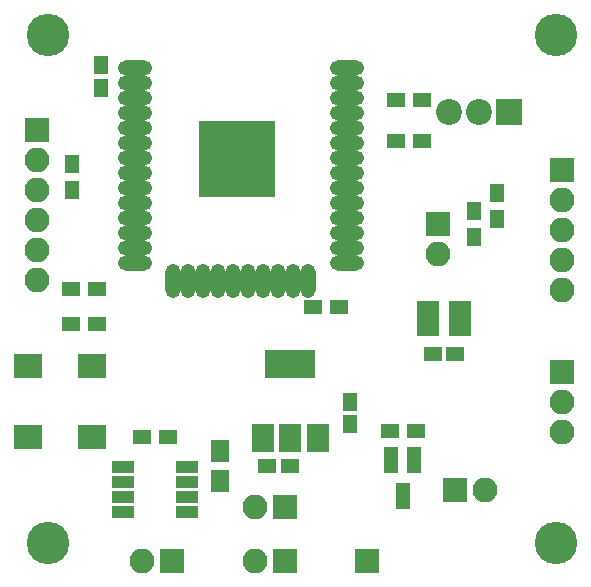
<source format=gts>
G04 #@! TF.FileFunction,Soldermask,Top*
%FSLAX46Y46*%
G04 Gerber Fmt 4.6, Leading zero omitted, Abs format (unit mm)*
G04 Created by KiCad (PCBNEW 4.0.7) date 2017 November 25, Saturday 16:53:06*
%MOMM*%
%LPD*%
G01*
G04 APERTURE LIST*
%ADD10C,0.100000*%
%ADD11O,2.900000X1.300000*%
%ADD12O,1.300000X2.900000*%
%ADD13R,6.400000X6.400000*%
%ADD14R,1.150000X1.600000*%
%ADD15R,1.600000X1.150000*%
%ADD16R,1.600000X1.300000*%
%ADD17R,1.300000X1.600000*%
%ADD18R,2.400000X2.000000*%
%ADD19R,1.960000X1.050000*%
%ADD20C,3.600000*%
%ADD21R,4.200000X2.400000*%
%ADD22R,1.900000X2.400000*%
%ADD23R,1.650000X1.900000*%
%ADD24R,2.200000X2.200000*%
%ADD25C,2.200000*%
%ADD26R,1.950000X1.000000*%
%ADD27R,1.200000X2.300000*%
%ADD28R,2.100000X2.100000*%
%ADD29O,2.100000X2.100000*%
G04 APERTURE END LIST*
D10*
D11*
X58800000Y-36300000D03*
X58800000Y-37570000D03*
X58800000Y-38840000D03*
X58800000Y-40110000D03*
X58800000Y-41380000D03*
X58800000Y-42650000D03*
X58800000Y-43920000D03*
X58800000Y-45190000D03*
X58800000Y-46460000D03*
X58800000Y-47730000D03*
X58800000Y-49000000D03*
X58800000Y-50270000D03*
X58800000Y-51540000D03*
X58800000Y-52810000D03*
D12*
X55515000Y-54300000D03*
X54245000Y-54300000D03*
X52975000Y-54300000D03*
X51705000Y-54300000D03*
X50435000Y-54300000D03*
X49165000Y-54300000D03*
X47895000Y-54300000D03*
X46625000Y-54300000D03*
X45355000Y-54300000D03*
X44085000Y-54300000D03*
D11*
X40800000Y-52810000D03*
X40800000Y-51540000D03*
X40800000Y-50270000D03*
X40800000Y-49000000D03*
X40800000Y-47730000D03*
X40800000Y-46460000D03*
X40800000Y-45190000D03*
X40800000Y-43920000D03*
X40800000Y-42650000D03*
X40800000Y-41380000D03*
X40800000Y-40110000D03*
X40800000Y-38840000D03*
X40800000Y-37570000D03*
X40800000Y-36300000D03*
D13*
X49500000Y-44000000D03*
D14*
X38000000Y-37950000D03*
X38000000Y-36050000D03*
D15*
X53950000Y-70000000D03*
X52050000Y-70000000D03*
D14*
X59000000Y-66450000D03*
X59000000Y-64550000D03*
D15*
X67950000Y-60500000D03*
X66050000Y-60500000D03*
D16*
X65100000Y-42500000D03*
X62900000Y-42500000D03*
X62400000Y-67000000D03*
X64600000Y-67000000D03*
X37600000Y-58000000D03*
X35400000Y-58000000D03*
X37600000Y-55000000D03*
X35400000Y-55000000D03*
D17*
X69500000Y-48400000D03*
X69500000Y-50600000D03*
X71500000Y-46900000D03*
X71500000Y-49100000D03*
D18*
X37200000Y-67500000D03*
X31800000Y-67500000D03*
X37200000Y-61500000D03*
X31800000Y-61500000D03*
D19*
X65650000Y-56550000D03*
X65650000Y-57500000D03*
X65650000Y-58450000D03*
X68350000Y-58450000D03*
X68350000Y-56550000D03*
X68350000Y-57500000D03*
D20*
X76500000Y-76500000D03*
X33500000Y-76500000D03*
X33500000Y-33500000D03*
X76500000Y-33500000D03*
D16*
X58100000Y-56500000D03*
X55900000Y-56500000D03*
D17*
X35500000Y-44400000D03*
X35500000Y-46600000D03*
D21*
X54000000Y-61350000D03*
D22*
X54000000Y-67650000D03*
X56300000Y-67650000D03*
X51700000Y-67650000D03*
D23*
X48000000Y-71250000D03*
X48000000Y-68750000D03*
D16*
X43600000Y-67500000D03*
X41400000Y-67500000D03*
D24*
X72540000Y-40000000D03*
D25*
X70000000Y-40000000D03*
X67460000Y-40000000D03*
D16*
X65100000Y-39000000D03*
X62900000Y-39000000D03*
D26*
X45200000Y-73905000D03*
X45200000Y-72635000D03*
X45200000Y-71365000D03*
X45200000Y-70095000D03*
X39800000Y-70095000D03*
X39800000Y-71365000D03*
X39800000Y-72635000D03*
X39800000Y-73905000D03*
D27*
X64450000Y-69500000D03*
X62550000Y-69500000D03*
X63500000Y-72500000D03*
D28*
X53500000Y-78000000D03*
D29*
X50960000Y-78000000D03*
D28*
X77000000Y-62000000D03*
D29*
X77000000Y-64540000D03*
X77000000Y-67080000D03*
D28*
X77000000Y-44920000D03*
D29*
X77000000Y-47460000D03*
X77000000Y-50000000D03*
X77000000Y-52540000D03*
X77000000Y-55080000D03*
D28*
X66500000Y-49460000D03*
D29*
X66500000Y-52000000D03*
D28*
X53500000Y-73500000D03*
D29*
X50960000Y-73500000D03*
D28*
X67960000Y-72000000D03*
D29*
X70500000Y-72000000D03*
D28*
X44000000Y-78000000D03*
D29*
X41460000Y-78000000D03*
D28*
X60500000Y-78000000D03*
X32500000Y-41500000D03*
D29*
X32500000Y-44040000D03*
X32500000Y-46580000D03*
X32500000Y-49120000D03*
X32500000Y-51660000D03*
X32500000Y-54200000D03*
M02*

</source>
